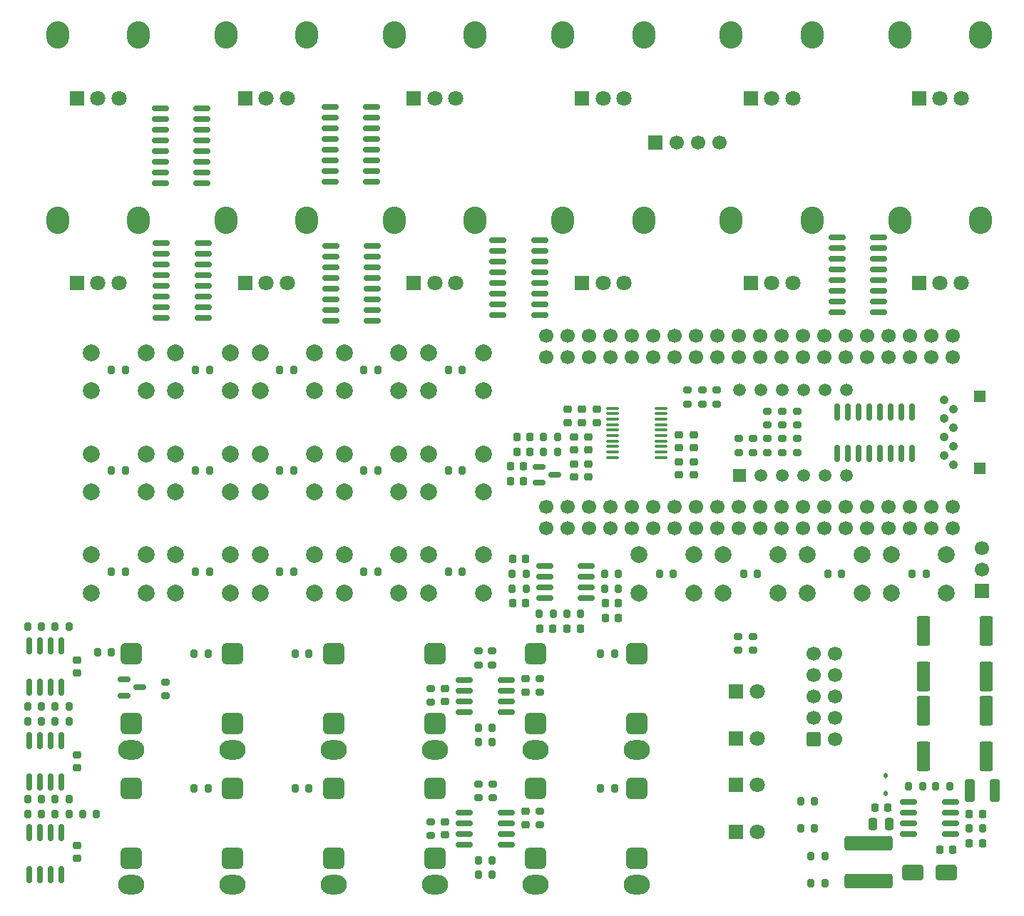
<source format=gbr>
%TF.GenerationSoftware,KiCad,Pcbnew,9.0.5*%
%TF.CreationDate,2026-01-23T09:59:20+00:00*%
%TF.ProjectId,dk2_07,646b325f-3037-42e6-9b69-6361645f7063,rev?*%
%TF.SameCoordinates,Original*%
%TF.FileFunction,Soldermask,Bot*%
%TF.FilePolarity,Negative*%
%FSLAX46Y46*%
G04 Gerber Fmt 4.6, Leading zero omitted, Abs format (unit mm)*
G04 Created by KiCad (PCBNEW 9.0.5) date 2026-01-23 09:59:20*
%MOMM*%
%LPD*%
G01*
G04 APERTURE LIST*
G04 Aperture macros list*
%AMRoundRect*
0 Rectangle with rounded corners*
0 $1 Rounding radius*
0 $2 $3 $4 $5 $6 $7 $8 $9 X,Y pos of 4 corners*
0 Add a 4 corners polygon primitive as box body*
4,1,4,$2,$3,$4,$5,$6,$7,$8,$9,$2,$3,0*
0 Add four circle primitives for the rounded corners*
1,1,$1+$1,$2,$3*
1,1,$1+$1,$4,$5*
1,1,$1+$1,$6,$7*
1,1,$1+$1,$8,$9*
0 Add four rect primitives between the rounded corners*
20,1,$1+$1,$2,$3,$4,$5,0*
20,1,$1+$1,$4,$5,$6,$7,0*
20,1,$1+$1,$6,$7,$8,$9,0*
20,1,$1+$1,$8,$9,$2,$3,0*%
G04 Aperture macros list end*
%ADD10C,2.000000*%
%ADD11O,2.720000X3.240000*%
%ADD12R,1.800000X1.800000*%
%ADD13C,1.800000*%
%ADD14O,3.100000X2.300000*%
%ADD15RoundRect,0.650000X-0.650000X-0.650000X0.650000X-0.650000X0.650000X0.650000X-0.650000X0.650000X0*%
%ADD16R,1.500000X1.500000*%
%ADD17C,1.500000*%
%ADD18C,1.050000*%
%ADD19R,1.350000X1.350000*%
%ADD20RoundRect,0.200000X0.200000X0.275000X-0.200000X0.275000X-0.200000X-0.275000X0.200000X-0.275000X0*%
%ADD21RoundRect,0.150000X-0.587500X-0.150000X0.587500X-0.150000X0.587500X0.150000X-0.587500X0.150000X0*%
%ADD22RoundRect,0.225000X0.250000X-0.225000X0.250000X0.225000X-0.250000X0.225000X-0.250000X-0.225000X0*%
%ADD23RoundRect,0.225000X0.225000X0.250000X-0.225000X0.250000X-0.225000X-0.250000X0.225000X-0.250000X0*%
%ADD24RoundRect,0.200000X-0.200000X-0.275000X0.200000X-0.275000X0.200000X0.275000X-0.200000X0.275000X0*%
%ADD25RoundRect,0.250000X-0.550000X1.500000X-0.550000X-1.500000X0.550000X-1.500000X0.550000X1.500000X0*%
%ADD26RoundRect,0.150000X-0.150000X0.825000X-0.150000X-0.825000X0.150000X-0.825000X0.150000X0.825000X0*%
%ADD27RoundRect,0.225000X-0.225000X-0.250000X0.225000X-0.250000X0.225000X0.250000X-0.225000X0.250000X0*%
%ADD28RoundRect,0.200000X0.275000X-0.200000X0.275000X0.200000X-0.275000X0.200000X-0.275000X-0.200000X0*%
%ADD29RoundRect,0.225000X-0.250000X0.225000X-0.250000X-0.225000X0.250000X-0.225000X0.250000X0.225000X0*%
%ADD30RoundRect,0.200000X-0.275000X0.200000X-0.275000X-0.200000X0.275000X-0.200000X0.275000X0.200000X0*%
%ADD31RoundRect,0.250000X-0.325000X-1.100000X0.325000X-1.100000X0.325000X1.100000X-0.325000X1.100000X0*%
%ADD32RoundRect,0.150000X0.825000X0.150000X-0.825000X0.150000X-0.825000X-0.150000X0.825000X-0.150000X0*%
%ADD33RoundRect,0.250000X0.550000X-1.500000X0.550000X1.500000X-0.550000X1.500000X-0.550000X-1.500000X0*%
%ADD34RoundRect,0.100000X-0.637500X-0.100000X0.637500X-0.100000X0.637500X0.100000X-0.637500X0.100000X0*%
%ADD35RoundRect,0.112500X0.112500X-0.187500X0.112500X0.187500X-0.112500X0.187500X-0.112500X-0.187500X0*%
%ADD36RoundRect,0.150000X0.150000X-0.825000X0.150000X0.825000X-0.150000X0.825000X-0.150000X-0.825000X0*%
%ADD37RoundRect,0.150000X-0.825000X-0.150000X0.825000X-0.150000X0.825000X0.150000X-0.825000X0.150000X0*%
%ADD38R,1.700000X1.700000*%
%ADD39C,1.700000*%
%ADD40RoundRect,0.250000X0.250000X0.475000X-0.250000X0.475000X-0.250000X-0.475000X0.250000X-0.475000X0*%
%ADD41RoundRect,0.250000X-0.600000X-0.600000X0.600000X-0.600000X0.600000X0.600000X-0.600000X0.600000X0*%
%ADD42RoundRect,0.250000X1.000000X0.650000X-1.000000X0.650000X-1.000000X-0.650000X1.000000X-0.650000X0*%
%ADD43RoundRect,0.250000X2.600000X-0.600000X2.600000X0.600000X-2.600000X0.600000X-2.600000X-0.600000X0*%
G04 APERTURE END LIST*
D10*
%TO.C,SW10*%
X119250000Y-95250000D03*
X125750000Y-95250000D03*
X119250000Y-99750000D03*
X125750000Y-99750000D03*
%TD*%
%TO.C,SW8*%
X99250000Y-95250000D03*
X105750000Y-95250000D03*
X99250000Y-99750000D03*
X105750000Y-99750000D03*
%TD*%
D11*
%TO.C,RV3*%
X115200000Y-45500000D03*
X124800000Y-45500000D03*
D12*
X117500000Y-53000000D03*
D13*
X120000000Y-53000000D03*
X122500000Y-53000000D03*
%TD*%
D14*
%TO.C,J1*%
X96000000Y-130400000D03*
D15*
X96000000Y-119000000D03*
X96000000Y-127300000D03*
%TD*%
D14*
%TO.C,J12*%
X132000000Y-130400000D03*
D15*
X132000000Y-119000000D03*
X132000000Y-127300000D03*
%TD*%
D11*
%TO.C,RV8*%
X135200000Y-67500000D03*
X144800000Y-67500000D03*
D12*
X137500000Y-75000000D03*
D13*
X140000000Y-75000000D03*
X142500000Y-75000000D03*
%TD*%
D14*
%TO.C,J11*%
X120000000Y-130400000D03*
D15*
X120000000Y-119000000D03*
X120000000Y-127300000D03*
%TD*%
D10*
%TO.C,SW19*%
X174250000Y-107250000D03*
X180750000Y-107250000D03*
X174250000Y-111750000D03*
X180750000Y-111750000D03*
%TD*%
D14*
%TO.C,J9*%
X144000000Y-146400000D03*
D15*
X144000000Y-135000000D03*
X144000000Y-143300000D03*
%TD*%
D11*
%TO.C,RV4*%
X135200000Y-45500000D03*
X144800000Y-45500000D03*
D12*
X137500000Y-53000000D03*
D13*
X140000000Y-53000000D03*
X142500000Y-53000000D03*
%TD*%
D10*
%TO.C,SW3*%
X99250000Y-83250000D03*
X105750000Y-83250000D03*
X99250000Y-87750000D03*
X105750000Y-87750000D03*
%TD*%
D11*
%TO.C,RV1*%
X75200000Y-45500000D03*
X84800000Y-45500000D03*
D12*
X77500000Y-53000000D03*
D13*
X80000000Y-53000000D03*
X82500000Y-53000000D03*
%TD*%
D11*
%TO.C,RV10*%
X175200000Y-45500000D03*
X184800000Y-45500000D03*
D12*
X177500000Y-53000000D03*
D13*
X180000000Y-53000000D03*
X182500000Y-53000000D03*
%TD*%
D14*
%TO.C,J3*%
X84000000Y-130400000D03*
D15*
X84000000Y-119000000D03*
X84000000Y-127300000D03*
%TD*%
D10*
%TO.C,SW9*%
X109250000Y-95250000D03*
X115750000Y-95250000D03*
X109250000Y-99750000D03*
X115750000Y-99750000D03*
%TD*%
D14*
%TO.C,J13*%
X120000000Y-146400000D03*
D15*
X120000000Y-135000000D03*
X120000000Y-143300000D03*
%TD*%
D14*
%TO.C,J14*%
X132000000Y-146400000D03*
D15*
X132000000Y-135000000D03*
X132000000Y-143300000D03*
%TD*%
D10*
%TO.C,SW6*%
X79250000Y-95250000D03*
X85750000Y-95250000D03*
X79250000Y-99750000D03*
X85750000Y-99750000D03*
%TD*%
D11*
%TO.C,RV7*%
X115200000Y-67500000D03*
X124800000Y-67500000D03*
D12*
X117500000Y-75000000D03*
D13*
X120000000Y-75000000D03*
X122500000Y-75000000D03*
%TD*%
D10*
%TO.C,SW17*%
X154250000Y-107250000D03*
X160750000Y-107250000D03*
X154250000Y-111750000D03*
X160750000Y-111750000D03*
%TD*%
%TO.C,SW1*%
X79250000Y-83250000D03*
X85750000Y-83250000D03*
X79250000Y-87750000D03*
X85750000Y-87750000D03*
%TD*%
D16*
%TO.C,U3*%
X156150000Y-97810000D03*
D17*
X158690000Y-97810000D03*
X161230000Y-97810000D03*
X163770000Y-97810000D03*
X166310000Y-97810000D03*
X168850000Y-97810000D03*
X168850000Y-87650000D03*
X166310000Y-87650000D03*
X163770000Y-87650000D03*
X161230000Y-87650000D03*
X158690000Y-87650000D03*
X156150000Y-87650000D03*
%TD*%
D18*
%TO.C,J5*%
X181550000Y-96550000D03*
X180450000Y-95450000D03*
X181550000Y-94350000D03*
X180450000Y-93250000D03*
X181550000Y-92150000D03*
X180450000Y-91050000D03*
X181550000Y-89950000D03*
X180450000Y-88850000D03*
D19*
X184720000Y-97000000D03*
X184720000Y-88400000D03*
%TD*%
D12*
%TO.C,D3*%
X155725000Y-134600000D03*
D13*
X158265000Y-134600000D03*
%TD*%
D11*
%TO.C,RV11*%
X155200000Y-67500000D03*
X164800000Y-67500000D03*
D12*
X157500000Y-75000000D03*
D13*
X160000000Y-75000000D03*
X162500000Y-75000000D03*
%TD*%
D11*
%TO.C,RV9*%
X155200000Y-45500000D03*
X164800000Y-45500000D03*
D12*
X157500000Y-53000000D03*
D13*
X160000000Y-53000000D03*
X162500000Y-53000000D03*
%TD*%
D14*
%TO.C,J6*%
X96000000Y-146400000D03*
D15*
X96000000Y-135000000D03*
X96000000Y-143300000D03*
%TD*%
D10*
%TO.C,SW15*%
X119250000Y-107250000D03*
X125750000Y-107250000D03*
X119250000Y-111750000D03*
X125750000Y-111750000D03*
%TD*%
%TO.C,SW13*%
X99250000Y-107250000D03*
X105750000Y-107250000D03*
X99250000Y-111750000D03*
X105750000Y-111750000D03*
%TD*%
%TO.C,SW18*%
X164250000Y-107250000D03*
X170750000Y-107250000D03*
X164250000Y-111750000D03*
X170750000Y-111750000D03*
%TD*%
%TO.C,SW11*%
X79250000Y-107250000D03*
X85750000Y-107250000D03*
X79250000Y-111750000D03*
X85750000Y-111750000D03*
%TD*%
%TO.C,SW2*%
X89250000Y-83250000D03*
X95750000Y-83250000D03*
X89250000Y-87750000D03*
X95750000Y-87750000D03*
%TD*%
%TO.C,SW7*%
X89250000Y-95250000D03*
X95750000Y-95250000D03*
X89250000Y-99750000D03*
X95750000Y-99750000D03*
%TD*%
D12*
%TO.C,D2*%
X155725000Y-129050000D03*
D13*
X158265000Y-129050000D03*
%TD*%
D12*
%TO.C,D1*%
X155725000Y-123500000D03*
D13*
X158265000Y-123500000D03*
%TD*%
D14*
%TO.C,J4*%
X144000000Y-130400000D03*
D15*
X144000000Y-119000000D03*
X144000000Y-127300000D03*
%TD*%
D10*
%TO.C,SW12*%
X89250000Y-107250000D03*
X95750000Y-107250000D03*
X89250000Y-111750000D03*
X95750000Y-111750000D03*
%TD*%
D12*
%TO.C,D4*%
X155725000Y-140150000D03*
D13*
X158265000Y-140150000D03*
%TD*%
D10*
%TO.C,SW4*%
X109250000Y-83250000D03*
X115750000Y-83250000D03*
X109250000Y-87750000D03*
X115750000Y-87750000D03*
%TD*%
D11*
%TO.C,RV12*%
X175200000Y-67500000D03*
X184800000Y-67500000D03*
D12*
X177500000Y-75000000D03*
D13*
X180000000Y-75000000D03*
X182500000Y-75000000D03*
%TD*%
D14*
%TO.C,J7*%
X108000000Y-146400000D03*
D15*
X108000000Y-135000000D03*
X108000000Y-143300000D03*
%TD*%
D11*
%TO.C,RV6*%
X95200000Y-67500000D03*
X104800000Y-67500000D03*
D12*
X97500000Y-75000000D03*
D13*
X100000000Y-75000000D03*
X102500000Y-75000000D03*
%TD*%
D14*
%TO.C,J2*%
X108000000Y-130400000D03*
D15*
X108000000Y-119000000D03*
X108000000Y-127300000D03*
%TD*%
D11*
%TO.C,RV5*%
X75200000Y-67500000D03*
X84800000Y-67500000D03*
D12*
X77500000Y-75000000D03*
D13*
X80000000Y-75000000D03*
X82500000Y-75000000D03*
%TD*%
D10*
%TO.C,SW5*%
X119250000Y-83250000D03*
X125750000Y-83250000D03*
X119250000Y-87750000D03*
X125750000Y-87750000D03*
%TD*%
D11*
%TO.C,RV2*%
X95200000Y-45500000D03*
X104800000Y-45500000D03*
D12*
X97500000Y-53000000D03*
D13*
X100000000Y-53000000D03*
X102500000Y-53000000D03*
%TD*%
D10*
%TO.C,SW16*%
X144250000Y-107250000D03*
X150750000Y-107250000D03*
X144250000Y-111750000D03*
X150750000Y-111750000D03*
%TD*%
D14*
%TO.C,J8*%
X84000000Y-146400000D03*
D15*
X84000000Y-135000000D03*
X84000000Y-143300000D03*
%TD*%
D10*
%TO.C,SW14*%
X109250000Y-107250000D03*
X115750000Y-107250000D03*
X109250000Y-111750000D03*
X115750000Y-111750000D03*
%TD*%
D20*
%TO.C,R23*%
X83250000Y-109250000D03*
X81600000Y-109250000D03*
%TD*%
%TO.C,R27*%
X123250000Y-109250000D03*
X121600000Y-109250000D03*
%TD*%
D21*
%TO.C,U11*%
X132375000Y-98700000D03*
X132375000Y-96800000D03*
X134250000Y-97750000D03*
%TD*%
D22*
%TO.C,C31*%
X149000000Y-94525000D03*
X149000000Y-92975000D03*
%TD*%
D23*
%TO.C,C7*%
X181525000Y-142250000D03*
X179975000Y-142250000D03*
%TD*%
D24*
%TO.C,R29*%
X125175000Y-127750000D03*
X126825000Y-127750000D03*
%TD*%
%TO.C,R72*%
X71675000Y-136250000D03*
X73325000Y-136250000D03*
%TD*%
%TO.C,R1*%
X163425000Y-136500000D03*
X165075000Y-136500000D03*
%TD*%
D20*
%TO.C,R22*%
X123250000Y-97250000D03*
X121600000Y-97250000D03*
%TD*%
D22*
%TO.C,C36*%
X77500000Y-121275000D03*
X77500000Y-119725000D03*
%TD*%
D20*
%TO.C,R61*%
X134575000Y-93250000D03*
X132925000Y-93250000D03*
%TD*%
%TO.C,R17*%
X123250000Y-85250000D03*
X121600000Y-85250000D03*
%TD*%
D24*
%TO.C,R64*%
X74925000Y-125250000D03*
X76575000Y-125250000D03*
%TD*%
D20*
%TO.C,R18*%
X83250000Y-97250000D03*
X81600000Y-97250000D03*
%TD*%
D24*
%TO.C,R75*%
X91425000Y-135000000D03*
X93075000Y-135000000D03*
%TD*%
D25*
%TO.C,C14*%
X178000000Y-125800000D03*
X178000000Y-131200000D03*
%TD*%
D24*
%TO.C,R76*%
X78175000Y-138000000D03*
X79825000Y-138000000D03*
%TD*%
D23*
%TO.C,C8*%
X173775000Y-137250000D03*
X172225000Y-137250000D03*
%TD*%
D26*
%TO.C,U17*%
X71845000Y-140275000D03*
X73115000Y-140275000D03*
X74385000Y-140275000D03*
X75655000Y-140275000D03*
X75655000Y-145225000D03*
X74385000Y-145225000D03*
X73115000Y-145225000D03*
X71845000Y-145225000D03*
%TD*%
D24*
%TO.C,R65*%
X74925000Y-115750000D03*
X76575000Y-115750000D03*
%TD*%
D20*
%TO.C,R43*%
X158325000Y-109500000D03*
X156675000Y-109500000D03*
%TD*%
D27*
%TO.C,C10*%
X183475000Y-141500000D03*
X185025000Y-141500000D03*
%TD*%
D28*
%TO.C,R11*%
X157750000Y-95075000D03*
X157750000Y-93425000D03*
%TD*%
D29*
%TO.C,C27*%
X136500000Y-93225000D03*
X136500000Y-94775000D03*
%TD*%
D22*
%TO.C,C25*%
X135750000Y-91525000D03*
X135750000Y-89975000D03*
%TD*%
D20*
%TO.C,R35*%
X126825000Y-143500000D03*
X125175000Y-143500000D03*
%TD*%
D30*
%TO.C,R9*%
X163000000Y-90175000D03*
X163000000Y-91825000D03*
%TD*%
D23*
%TO.C,C5*%
X130525000Y-98500000D03*
X128975000Y-98500000D03*
%TD*%
D27*
%TO.C,C19*%
X140225000Y-114750000D03*
X141775000Y-114750000D03*
%TD*%
D28*
%TO.C,R5*%
X156090000Y-95075000D03*
X156090000Y-93425000D03*
%TD*%
D31*
%TO.C,C12*%
X183525000Y-135250000D03*
X186475000Y-135250000D03*
%TD*%
D20*
%TO.C,R26*%
X113250000Y-109250000D03*
X111600000Y-109250000D03*
%TD*%
%TO.C,R44*%
X168325000Y-109500000D03*
X166675000Y-109500000D03*
%TD*%
D32*
%TO.C,U6*%
X92375000Y-54255000D03*
X92375000Y-55525000D03*
X92375000Y-56795000D03*
X92375000Y-58065000D03*
X92375000Y-59335000D03*
X92375000Y-60605000D03*
X92375000Y-61875000D03*
X92375000Y-63145000D03*
X87425000Y-63145000D03*
X87425000Y-61875000D03*
X87425000Y-60605000D03*
X87425000Y-59335000D03*
X87425000Y-58065000D03*
X87425000Y-56795000D03*
X87425000Y-55525000D03*
X87425000Y-54255000D03*
%TD*%
D20*
%TO.C,R14*%
X93250000Y-85250000D03*
X91600000Y-85250000D03*
%TD*%
D30*
%TO.C,R8*%
X159500000Y-90175000D03*
X159500000Y-91825000D03*
%TD*%
D32*
%TO.C,U1*%
X172725000Y-69555000D03*
X172725000Y-70825000D03*
X172725000Y-72095000D03*
X172725000Y-73365000D03*
X172725000Y-74635000D03*
X172725000Y-75905000D03*
X172725000Y-77175000D03*
X172725000Y-78445000D03*
X167775000Y-78445000D03*
X167775000Y-77175000D03*
X167775000Y-75905000D03*
X167775000Y-74635000D03*
X167775000Y-73365000D03*
X167775000Y-72095000D03*
X167775000Y-70825000D03*
X167775000Y-69555000D03*
%TD*%
D23*
%TO.C,C35*%
X131275000Y-93250000D03*
X129725000Y-93250000D03*
%TD*%
D24*
%TO.C,R67*%
X71675000Y-115750000D03*
X73325000Y-115750000D03*
%TD*%
D30*
%TO.C,R30*%
X126800000Y-118675000D03*
X126800000Y-120325000D03*
%TD*%
D20*
%TO.C,R15*%
X103250000Y-85250000D03*
X101600000Y-85250000D03*
%TD*%
D30*
%TO.C,R36*%
X126850000Y-134475000D03*
X126850000Y-136125000D03*
%TD*%
D20*
%TO.C,R21*%
X113250000Y-97250000D03*
X111600000Y-97250000D03*
%TD*%
D33*
%TO.C,C16*%
X178000000Y-121700000D03*
X178000000Y-116300000D03*
%TD*%
D20*
%TO.C,R20*%
X103250000Y-97250000D03*
X101600000Y-97250000D03*
%TD*%
D28*
%TO.C,R10*%
X161250000Y-95075000D03*
X161250000Y-93425000D03*
%TD*%
D20*
%TO.C,R13*%
X83250000Y-85250000D03*
X81600000Y-85250000D03*
%TD*%
D26*
%TO.C,U15*%
X71845000Y-118025000D03*
X73115000Y-118025000D03*
X74385000Y-118025000D03*
X75655000Y-118025000D03*
X75655000Y-122975000D03*
X74385000Y-122975000D03*
X73115000Y-122975000D03*
X71845000Y-122975000D03*
%TD*%
D23*
%TO.C,C22*%
X137275000Y-116000000D03*
X135725000Y-116000000D03*
%TD*%
D22*
%TO.C,C38*%
X77500000Y-143275000D03*
X77500000Y-141725000D03*
%TD*%
D24*
%TO.C,R4*%
X164675000Y-146250000D03*
X166325000Y-146250000D03*
%TD*%
D34*
%TO.C,U14*%
X141137500Y-95675000D03*
X141137500Y-95025000D03*
X141137500Y-94375000D03*
X141137500Y-93725000D03*
X141137500Y-93075000D03*
X141137500Y-92425000D03*
X141137500Y-91775000D03*
X141137500Y-91125000D03*
X141137500Y-90475000D03*
X141137500Y-89825000D03*
X146862500Y-89825000D03*
X146862500Y-90475000D03*
X146862500Y-91125000D03*
X146862500Y-91775000D03*
X146862500Y-92425000D03*
X146862500Y-93075000D03*
X146862500Y-93725000D03*
X146862500Y-94375000D03*
X146862500Y-95025000D03*
X146862500Y-95675000D03*
%TD*%
D20*
%TO.C,R51*%
X130825000Y-111250000D03*
X129175000Y-111250000D03*
%TD*%
D24*
%TO.C,R68*%
X103425000Y-119000000D03*
X105075000Y-119000000D03*
%TD*%
D22*
%TO.C,C28*%
X149000000Y-97775000D03*
X149000000Y-96225000D03*
%TD*%
D28*
%TO.C,R59*%
X150000000Y-89325000D03*
X150000000Y-87675000D03*
%TD*%
D22*
%TO.C,C23*%
X139250000Y-91525000D03*
X139250000Y-89975000D03*
%TD*%
%TO.C,C26*%
X138250000Y-94775000D03*
X138250000Y-93225000D03*
%TD*%
D28*
%TO.C,R7*%
X159500000Y-95075000D03*
X159500000Y-93425000D03*
%TD*%
D22*
%TO.C,C4*%
X121250000Y-140525000D03*
X121250000Y-138975000D03*
%TD*%
D20*
%TO.C,R16*%
X113250000Y-85250000D03*
X111600000Y-85250000D03*
%TD*%
D27*
%TO.C,C11*%
X183475000Y-138000000D03*
X185025000Y-138000000D03*
%TD*%
D24*
%TO.C,R46*%
X183425000Y-139750000D03*
X185075000Y-139750000D03*
%TD*%
D20*
%TO.C,R60*%
X134575000Y-95000000D03*
X132925000Y-95000000D03*
%TD*%
D28*
%TO.C,R6*%
X163000000Y-95075000D03*
X163000000Y-93425000D03*
%TD*%
D24*
%TO.C,R78*%
X71675000Y-138000000D03*
X73325000Y-138000000D03*
%TD*%
D35*
%TO.C,D6*%
X173500000Y-135550000D03*
X173500000Y-133450000D03*
%TD*%
D24*
%TO.C,R69*%
X91425000Y-119000000D03*
X93075000Y-119000000D03*
%TD*%
D23*
%TO.C,C21*%
X134025000Y-116000000D03*
X132475000Y-116000000D03*
%TD*%
D22*
%TO.C,C24*%
X137500000Y-91525000D03*
X137500000Y-89975000D03*
%TD*%
D20*
%TO.C,R53*%
X134075000Y-114250000D03*
X132425000Y-114250000D03*
%TD*%
D36*
%TO.C,U2*%
X176695000Y-95225000D03*
X175425000Y-95225000D03*
X174155000Y-95225000D03*
X172885000Y-95225000D03*
X171615000Y-95225000D03*
X170345000Y-95225000D03*
X169075000Y-95225000D03*
X167805000Y-95225000D03*
X167805000Y-90275000D03*
X169075000Y-90275000D03*
X170345000Y-90275000D03*
X171615000Y-90275000D03*
X172885000Y-90275000D03*
X174155000Y-90275000D03*
X175425000Y-90275000D03*
X176695000Y-90275000D03*
%TD*%
D22*
%TO.C,C29*%
X150750000Y-94525000D03*
X150750000Y-92975000D03*
%TD*%
D27*
%TO.C,C17*%
X129225000Y-113000000D03*
X130775000Y-113000000D03*
%TD*%
D28*
%TO.C,R42*%
X156050000Y-118575000D03*
X156050000Y-116925000D03*
%TD*%
D32*
%TO.C,U9*%
X112500000Y-54080000D03*
X112500000Y-55350000D03*
X112500000Y-56620000D03*
X112500000Y-57890000D03*
X112500000Y-59160000D03*
X112500000Y-60430000D03*
X112500000Y-61700000D03*
X112500000Y-62970000D03*
X107550000Y-62970000D03*
X107550000Y-61700000D03*
X107550000Y-60430000D03*
X107550000Y-59160000D03*
X107550000Y-57890000D03*
X107550000Y-56620000D03*
X107550000Y-55350000D03*
X107550000Y-54080000D03*
%TD*%
D22*
%TO.C,C2*%
X121250000Y-124695000D03*
X121250000Y-123145000D03*
%TD*%
D37*
%TO.C,U13*%
X133025000Y-112405000D03*
X133025000Y-111135000D03*
X133025000Y-109865000D03*
X133025000Y-108595000D03*
X137975000Y-108595000D03*
X137975000Y-109865000D03*
X137975000Y-111135000D03*
X137975000Y-112405000D03*
%TD*%
D24*
%TO.C,R56*%
X139675000Y-135000000D03*
X141325000Y-135000000D03*
%TD*%
%TO.C,R2*%
X163425000Y-139750000D03*
X165075000Y-139750000D03*
%TD*%
D38*
%TO.C,J10*%
X185000000Y-111540000D03*
D39*
X185000000Y-109000000D03*
X185000000Y-106460000D03*
%TD*%
D24*
%TO.C,R77*%
X74925000Y-138000000D03*
X76575000Y-138000000D03*
%TD*%
D21*
%TO.C,Q1*%
X83125000Y-123950000D03*
X83125000Y-122050000D03*
X85000000Y-123000000D03*
%TD*%
D24*
%TO.C,R52*%
X140175000Y-111250000D03*
X141825000Y-111250000D03*
%TD*%
D23*
%TO.C,C33*%
X131275000Y-95000000D03*
X129725000Y-95000000D03*
%TD*%
D33*
%TO.C,C15*%
X185500000Y-121700000D03*
X185500000Y-116300000D03*
%TD*%
D30*
%TO.C,R12*%
X161250000Y-90175000D03*
X161250000Y-91825000D03*
%TD*%
D40*
%TO.C,C6*%
X173950000Y-139250000D03*
X172050000Y-139250000D03*
%TD*%
D22*
%TO.C,C32*%
X138250000Y-98025000D03*
X138250000Y-96475000D03*
%TD*%
D41*
%TO.C,J16*%
X165000000Y-129180000D03*
D39*
X167540000Y-129180000D03*
X165000000Y-126640000D03*
X167540000Y-126640000D03*
X165000000Y-124100000D03*
X167540000Y-124100000D03*
X165000000Y-121560000D03*
X167540000Y-121560000D03*
X165000000Y-119020000D03*
X167540000Y-119020000D03*
%TD*%
D32*
%TO.C,U5*%
X112575000Y-70555000D03*
X112575000Y-71825000D03*
X112575000Y-73095000D03*
X112575000Y-74365000D03*
X112575000Y-75635000D03*
X112575000Y-76905000D03*
X112575000Y-78175000D03*
X112575000Y-79445000D03*
X107625000Y-79445000D03*
X107625000Y-78175000D03*
X107625000Y-76905000D03*
X107625000Y-75635000D03*
X107625000Y-74365000D03*
X107625000Y-73095000D03*
X107625000Y-71825000D03*
X107625000Y-70555000D03*
%TD*%
D22*
%TO.C,C1*%
X130750000Y-123525000D03*
X130750000Y-121975000D03*
%TD*%
D25*
%TO.C,C13*%
X185500000Y-125800000D03*
X185500000Y-131200000D03*
%TD*%
D20*
%TO.C,R28*%
X148325000Y-109500000D03*
X146675000Y-109500000D03*
%TD*%
D28*
%TO.C,R34*%
X119500000Y-124745000D03*
X119500000Y-123095000D03*
%TD*%
%TO.C,R33*%
X132500000Y-123575000D03*
X132500000Y-121925000D03*
%TD*%
D37*
%TO.C,U12*%
X176275000Y-140405000D03*
X176275000Y-139135000D03*
X176275000Y-137865000D03*
X176275000Y-136595000D03*
X181225000Y-136595000D03*
X181225000Y-137865000D03*
X181225000Y-139135000D03*
X181225000Y-140405000D03*
%TD*%
D42*
%TO.C,D5*%
X180750000Y-145000000D03*
X176750000Y-145000000D03*
%TD*%
D30*
%TO.C,R58*%
X153500000Y-87675000D03*
X153500000Y-89325000D03*
%TD*%
D23*
%TO.C,C18*%
X141775000Y-113000000D03*
X140225000Y-113000000D03*
%TD*%
D24*
%TO.C,R66*%
X71675000Y-125250000D03*
X73325000Y-125250000D03*
%TD*%
D32*
%TO.C,U10*%
X132450000Y-69880000D03*
X132450000Y-71150000D03*
X132450000Y-72420000D03*
X132450000Y-73690000D03*
X132450000Y-74960000D03*
X132450000Y-76230000D03*
X132450000Y-77500000D03*
X132450000Y-78770000D03*
X127500000Y-78770000D03*
X127500000Y-77500000D03*
X127500000Y-76230000D03*
X127500000Y-74960000D03*
X127500000Y-73690000D03*
X127500000Y-72420000D03*
X127500000Y-71150000D03*
X127500000Y-69880000D03*
%TD*%
D23*
%TO.C,C9*%
X130525000Y-96750000D03*
X128975000Y-96750000D03*
%TD*%
D20*
%TO.C,R62*%
X81625000Y-118800000D03*
X79975000Y-118800000D03*
%TD*%
D27*
%TO.C,C20*%
X129225000Y-107750000D03*
X130775000Y-107750000D03*
%TD*%
D24*
%TO.C,R49*%
X129175000Y-109500000D03*
X130825000Y-109500000D03*
%TD*%
D32*
%TO.C,U7*%
X128475000Y-122095000D03*
X128475000Y-123365000D03*
X128475000Y-124635000D03*
X128475000Y-125905000D03*
X123525000Y-125905000D03*
X123525000Y-124635000D03*
X123525000Y-123365000D03*
X123525000Y-122095000D03*
%TD*%
D22*
%TO.C,C3*%
X130750000Y-139275000D03*
X130750000Y-137725000D03*
%TD*%
D28*
%TO.C,R41*%
X157750000Y-118575000D03*
X157750000Y-116925000D03*
%TD*%
D24*
%TO.C,R48*%
X179500000Y-134750000D03*
X181150000Y-134750000D03*
%TD*%
D22*
%TO.C,C37*%
X77500000Y-132525000D03*
X77500000Y-130975000D03*
%TD*%
D30*
%TO.C,R57*%
X151750000Y-87675000D03*
X151750000Y-89325000D03*
%TD*%
D20*
%TO.C,R25*%
X103250000Y-109250000D03*
X101600000Y-109250000D03*
%TD*%
D24*
%TO.C,R74*%
X103425000Y-135000000D03*
X105075000Y-135000000D03*
%TD*%
%TO.C,R50*%
X140175000Y-109500000D03*
X141825000Y-109500000D03*
%TD*%
D22*
%TO.C,C34*%
X136500000Y-98025000D03*
X136500000Y-96475000D03*
%TD*%
D24*
%TO.C,R47*%
X176250000Y-134750000D03*
X177900000Y-134750000D03*
%TD*%
%TO.C,R70*%
X74925000Y-136250000D03*
X76575000Y-136250000D03*
%TD*%
D32*
%TO.C,U8*%
X128475000Y-137845000D03*
X128475000Y-139115000D03*
X128475000Y-140385000D03*
X128475000Y-141655000D03*
X123525000Y-141655000D03*
X123525000Y-140385000D03*
X123525000Y-139115000D03*
X123525000Y-137845000D03*
%TD*%
D38*
%TO.C,J15*%
X146190000Y-58250000D03*
D39*
X148730000Y-58250000D03*
X151270000Y-58250000D03*
X153810000Y-58250000D03*
%TD*%
D24*
%TO.C,R31*%
X125175000Y-129500000D03*
X126825000Y-129500000D03*
%TD*%
D28*
%TO.C,R39*%
X132500000Y-139325000D03*
X132500000Y-137675000D03*
%TD*%
D30*
%TO.C,R32*%
X125200000Y-118675000D03*
X125200000Y-120325000D03*
%TD*%
D20*
%TO.C,R45*%
X178325000Y-109500000D03*
X176675000Y-109500000D03*
%TD*%
D24*
%TO.C,R3*%
X164675000Y-143000000D03*
X166325000Y-143000000D03*
%TD*%
%TO.C,R55*%
X139675000Y-119000000D03*
X141325000Y-119000000D03*
%TD*%
D20*
%TO.C,R54*%
X137325000Y-114250000D03*
X135675000Y-114250000D03*
%TD*%
D22*
%TO.C,C30*%
X150750000Y-97775000D03*
X150750000Y-96225000D03*
%TD*%
D20*
%TO.C,R37*%
X126825000Y-145250000D03*
X125175000Y-145250000D03*
%TD*%
D30*
%TO.C,R38*%
X125200000Y-134475000D03*
X125200000Y-136125000D03*
%TD*%
D28*
%TO.C,R40*%
X119500000Y-140575000D03*
X119500000Y-138925000D03*
%TD*%
D39*
%TO.C,A1*%
X181490000Y-104070000D03*
X181490000Y-101530000D03*
X178950000Y-104070000D03*
X178950000Y-101530000D03*
X176410000Y-104070000D03*
X176410000Y-101530000D03*
X173870000Y-104070000D03*
X173870000Y-101530000D03*
X171330000Y-104070000D03*
X171330000Y-101530000D03*
X168790000Y-104070000D03*
X168790000Y-101530000D03*
X166250000Y-104070000D03*
X166250000Y-101530000D03*
X163710000Y-104070000D03*
X163710000Y-101530000D03*
X161170000Y-104070000D03*
X161170000Y-101530000D03*
X158630000Y-104070000D03*
X158630000Y-101530000D03*
X156090000Y-104070000D03*
X156090000Y-101530000D03*
X153550000Y-104070000D03*
X153550000Y-101530000D03*
X151010000Y-104070000D03*
X151010000Y-101530000D03*
X148470000Y-104070000D03*
X148470000Y-101530000D03*
X145930000Y-104070000D03*
X145930000Y-101530000D03*
X143390000Y-104070000D03*
X143390000Y-101530000D03*
X140850000Y-104070000D03*
X140850000Y-101530000D03*
X138310000Y-104070000D03*
X138310000Y-101530000D03*
X135770000Y-104070000D03*
X135770000Y-101530000D03*
X133230000Y-104070000D03*
X133230000Y-101530000D03*
X133230000Y-83750000D03*
X133230000Y-81210000D03*
X135770000Y-83750000D03*
X135770000Y-81210000D03*
X138310000Y-83750000D03*
X138310000Y-81210000D03*
X140850000Y-83750000D03*
X140850000Y-81210000D03*
X143390000Y-83750000D03*
X143390000Y-81210000D03*
X145930000Y-83750000D03*
X145930000Y-81210000D03*
X148470000Y-83750000D03*
X148470000Y-81210000D03*
X151010000Y-83750000D03*
X151010000Y-81210000D03*
X153550000Y-83750000D03*
X153550000Y-81210000D03*
X156090000Y-83750000D03*
X156090000Y-81210000D03*
X158630000Y-83750000D03*
X158630000Y-81210000D03*
X161170000Y-83750000D03*
X161170000Y-81210000D03*
X163710000Y-83750000D03*
X163710000Y-81210000D03*
X166250000Y-83750000D03*
X166250000Y-81210000D03*
X168790000Y-83750000D03*
X168790000Y-81210000D03*
X171330000Y-83750000D03*
X171330000Y-81210000D03*
X173870000Y-83750000D03*
X173870000Y-81210000D03*
X176410000Y-83750000D03*
X176410000Y-81210000D03*
X178950000Y-83750000D03*
X178950000Y-81210000D03*
X181490000Y-83750000D03*
X181490000Y-81210000D03*
%TD*%
D24*
%TO.C,R71*%
X74925000Y-127000000D03*
X76575000Y-127000000D03*
%TD*%
D20*
%TO.C,R19*%
X93250000Y-97250000D03*
X91600000Y-97250000D03*
%TD*%
%TO.C,R24*%
X93250000Y-109250000D03*
X91600000Y-109250000D03*
%TD*%
D26*
%TO.C,U16*%
X71845000Y-129275000D03*
X73115000Y-129275000D03*
X74385000Y-129275000D03*
X75655000Y-129275000D03*
X75655000Y-134225000D03*
X74385000Y-134225000D03*
X73115000Y-134225000D03*
X71845000Y-134225000D03*
%TD*%
D24*
%TO.C,R73*%
X71675000Y-127000000D03*
X73325000Y-127000000D03*
%TD*%
D32*
%TO.C,U4*%
X92475000Y-70255000D03*
X92475000Y-71525000D03*
X92475000Y-72795000D03*
X92475000Y-74065000D03*
X92475000Y-75335000D03*
X92475000Y-76605000D03*
X92475000Y-77875000D03*
X92475000Y-79145000D03*
X87525000Y-79145000D03*
X87525000Y-77875000D03*
X87525000Y-76605000D03*
X87525000Y-75335000D03*
X87525000Y-74065000D03*
X87525000Y-72795000D03*
X87525000Y-71525000D03*
X87525000Y-70255000D03*
%TD*%
D28*
%TO.C,R63*%
X88000000Y-124000000D03*
X88000000Y-122350000D03*
%TD*%
D43*
%TO.C,L1*%
X171500000Y-146000000D03*
X171500000Y-141500000D03*
%TD*%
M02*

</source>
